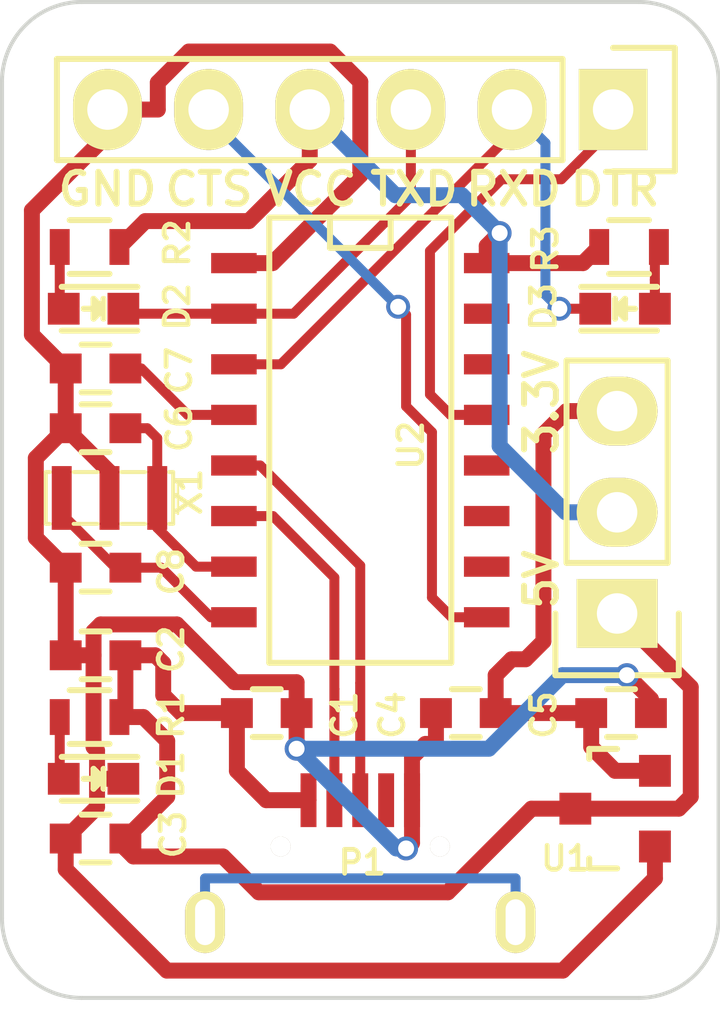
<source format=kicad_pcb>
(kicad_pcb (version 20171130) (host pcbnew "(5.1.12)-1")

  (general
    (thickness 1.6)
    (drawings 18)
    (tracks 190)
    (zones 0)
    (modules 20)
    (nets 18)
  )

  (page A4)
  (title_block
    (title USB2TTL-CH340G)
    (date 2016-06-03)
    (rev v0.2)
    (company SMSLIT)
    (comment 1 "Author: 5km")
  )

  (layers
    (0 F.Cu signal)
    (31 B.Cu signal)
    (32 B.Adhes user hide)
    (33 F.Adhes user hide)
    (34 B.Paste user hide)
    (35 F.Paste user hide)
    (36 B.SilkS user hide)
    (37 F.SilkS user hide)
    (38 B.Mask user hide)
    (39 F.Mask user hide)
    (40 Dwgs.User user hide)
    (41 Cmts.User user hide)
    (42 Eco1.User user hide)
    (43 Eco2.User user hide)
    (44 Edge.Cuts user)
    (45 Margin user hide)
    (46 B.CrtYd user hide)
    (47 F.CrtYd user hide)
    (48 B.Fab user hide)
    (49 F.Fab user hide)
  )

  (setup
    (last_trace_width 0.25)
    (user_trace_width 0.25)
    (user_trace_width 0.4)
    (trace_clearance 0.2)
    (zone_clearance 0.25)
    (zone_45_only yes)
    (trace_min 0.25)
    (via_size 0.6)
    (via_drill 0.4)
    (via_min_size 0.4)
    (via_min_drill 0.3)
    (uvia_size 0.3)
    (uvia_drill 0.1)
    (uvias_allowed no)
    (uvia_min_size 0.2)
    (uvia_min_drill 0.1)
    (edge_width 0.1)
    (segment_width 0.2)
    (pcb_text_width 0.3)
    (pcb_text_size 1 1)
    (mod_edge_width 0.15)
    (mod_text_size 0.6 0.6)
    (mod_text_width 0.12)
    (pad_size 2.032 1.7272)
    (pad_drill 1.016)
    (pad_to_mask_clearance 0)
    (aux_axis_origin 130 90)
    (visible_elements 7FFFFFFF)
    (pcbplotparams
      (layerselection 0x010f0_80000001)
      (usegerberextensions false)
      (usegerberattributes true)
      (usegerberadvancedattributes true)
      (creategerberjobfile true)
      (excludeedgelayer true)
      (linewidth 0.100000)
      (plotframeref false)
      (viasonmask false)
      (mode 1)
      (useauxorigin true)
      (hpglpennumber 1)
      (hpglpenspeed 20)
      (hpglpendiameter 15.000000)
      (psnegative false)
      (psa4output false)
      (plotreference true)
      (plotvalue true)
      (plotinvisibletext false)
      (padsonsilk false)
      (subtractmaskfromsilk false)
      (outputformat 1)
      (mirror false)
      (drillshape 0)
      (scaleselection 1)
      (outputdirectory "gerber/"))
  )

  (net 0 "")
  (net 1 +5V)
  (net 2 GND)
  (net 3 "Net-(C6-Pad1)")
  (net 4 "Net-(D1-Pad2)")
  (net 5 "Net-(D2-Pad2)")
  (net 6 /TXD)
  (net 7 "Net-(D3-Pad2)")
  (net 8 /RXD)
  (net 9 /DTR)
  (net 10 VCC)
  (net 11 /CTS)
  (net 12 +3.3V)
  (net 13 "Net-(C7-Pad1)")
  (net 14 "Net-(P1-Pad2)")
  (net 15 "Net-(P1-Pad3)")
  (net 16 "Net-(P1-Pad6)")
  (net 17 "Net-(C8-Pad1)")

  (net_class Default "This is the default net class."
    (clearance 0.2)
    (trace_width 0.25)
    (via_dia 0.6)
    (via_drill 0.4)
    (uvia_dia 0.3)
    (uvia_drill 0.1)
    (add_net /CTS)
    (add_net /DTR)
    (add_net /RXD)
    (add_net /TXD)
    (add_net "Net-(C6-Pad1)")
    (add_net "Net-(C7-Pad1)")
    (add_net "Net-(C8-Pad1)")
    (add_net "Net-(D1-Pad2)")
    (add_net "Net-(D2-Pad2)")
    (add_net "Net-(D3-Pad2)")
    (add_net "Net-(P1-Pad2)")
    (add_net "Net-(P1-Pad3)")
    (add_net "Net-(P1-Pad6)")
  )

  (net_class power ""
    (clearance 0.2)
    (trace_width 0.4)
    (via_dia 0.6)
    (via_drill 0.4)
    (uvia_dia 0.3)
    (uvia_drill 0.1)
    (add_net +3.3V)
    (add_net +5V)
    (add_net GND)
    (add_net VCC)
  )

  (module Capacitors_SMD:C_0603 (layer F.Cu) (tedit 57B9499E) (tstamp 579CEF51)
    (at 136.65 107.85)
    (descr "Capacitor SMD 0603, reflow soldering, AVX (see smccp.pdf)")
    (tags "capacitor 0603")
    (path /57500D41)
    (attr smd)
    (fp_text reference C1 (at 1.95 0.05 270) (layer F.SilkS)
      (effects (font (size 0.6 0.6) (thickness 0.12)))
    )
    (fp_text value 10uF (at 0 1.9) (layer F.Fab)
      (effects (font (size 0.6 0.6) (thickness 0.12)))
    )
    (fp_line (start 0.35 0.6) (end -0.35 0.6) (layer F.SilkS) (width 0.15))
    (fp_line (start -0.35 -0.6) (end 0.35 -0.6) (layer F.SilkS) (width 0.15))
    (fp_line (start 1.45 -0.75) (end 1.45 0.75) (layer F.CrtYd) (width 0.05))
    (fp_line (start -1.45 -0.75) (end -1.45 0.75) (layer F.CrtYd) (width 0.05))
    (fp_line (start -1.45 0.75) (end 1.45 0.75) (layer F.CrtYd) (width 0.05))
    (fp_line (start -1.45 -0.75) (end 1.45 -0.75) (layer F.CrtYd) (width 0.05))
    (pad 1 smd rect (at -0.75 0) (size 0.8 0.75) (layers F.Cu F.Paste F.Mask)
      (net 1 +5V))
    (pad 2 smd rect (at 0.75 0) (size 0.8 0.75) (layers F.Cu F.Paste F.Mask)
      (net 2 GND))
    (model Capacitors_SMD.3dshapes/C_0603.wrl
      (at (xyz 0 0 0))
      (scale (xyz 1 1 1))
      (rotate (xyz 0 0 0))
    )
  )

  (module Capacitors_SMD:C_0603 (layer F.Cu) (tedit 57B94953) (tstamp 579CEF5D)
    (at 132.35 106.4 180)
    (descr "Capacitor SMD 0603, reflow soldering, AVX (see smccp.pdf)")
    (tags "capacitor 0603")
    (path /57500DBB)
    (attr smd)
    (fp_text reference C2 (at -1.9 0.15 270) (layer F.SilkS)
      (effects (font (size 0.6 0.6) (thickness 0.12)))
    )
    (fp_text value 0.1uF (at 0 1.9 180) (layer F.Fab)
      (effects (font (size 0.6 0.6) (thickness 0.12)))
    )
    (fp_line (start 0.35 0.6) (end -0.35 0.6) (layer F.SilkS) (width 0.15))
    (fp_line (start -0.35 -0.6) (end 0.35 -0.6) (layer F.SilkS) (width 0.15))
    (fp_line (start 1.45 -0.75) (end 1.45 0.75) (layer F.CrtYd) (width 0.05))
    (fp_line (start -1.45 -0.75) (end -1.45 0.75) (layer F.CrtYd) (width 0.05))
    (fp_line (start -1.45 0.75) (end 1.45 0.75) (layer F.CrtYd) (width 0.05))
    (fp_line (start -1.45 -0.75) (end 1.45 -0.75) (layer F.CrtYd) (width 0.05))
    (pad 1 smd rect (at -0.75 0 180) (size 0.8 0.75) (layers F.Cu F.Paste F.Mask)
      (net 1 +5V))
    (pad 2 smd rect (at 0.75 0 180) (size 0.8 0.75) (layers F.Cu F.Paste F.Mask)
      (net 2 GND))
    (model Capacitors_SMD.3dshapes/C_0603.wrl
      (at (xyz 0 0 0))
      (scale (xyz 1 1 1))
      (rotate (xyz 0 0 0))
    )
  )

  (module Capacitors_SMD:C_0603 (layer F.Cu) (tedit 57B94963) (tstamp 579CEF69)
    (at 132.35 111 180)
    (descr "Capacitor SMD 0603, reflow soldering, AVX (see smccp.pdf)")
    (tags "capacitor 0603")
    (path /57B94B00)
    (attr smd)
    (fp_text reference C3 (at -1.95 0.1 270) (layer F.SilkS)
      (effects (font (size 0.6 0.6) (thickness 0.12)))
    )
    (fp_text value 1uF (at 0 1.9 180) (layer F.Fab)
      (effects (font (size 0.6 0.6) (thickness 0.12)))
    )
    (fp_line (start 0.35 0.6) (end -0.35 0.6) (layer F.SilkS) (width 0.15))
    (fp_line (start -0.35 -0.6) (end 0.35 -0.6) (layer F.SilkS) (width 0.15))
    (fp_line (start 1.45 -0.75) (end 1.45 0.75) (layer F.CrtYd) (width 0.05))
    (fp_line (start -1.45 -0.75) (end -1.45 0.75) (layer F.CrtYd) (width 0.05))
    (fp_line (start -1.45 0.75) (end 1.45 0.75) (layer F.CrtYd) (width 0.05))
    (fp_line (start -1.45 -0.75) (end 1.45 -0.75) (layer F.CrtYd) (width 0.05))
    (pad 1 smd rect (at -0.75 0 180) (size 0.8 0.75) (layers F.Cu F.Paste F.Mask)
      (net 1 +5V))
    (pad 2 smd rect (at 0.75 0 180) (size 0.8 0.75) (layers F.Cu F.Paste F.Mask)
      (net 2 GND))
    (model Capacitors_SMD.3dshapes/C_0603.wrl
      (at (xyz 0 0 0))
      (scale (xyz 1 1 1))
      (rotate (xyz 0 0 0))
    )
  )

  (module Capacitors_SMD:C_0603 (layer F.Cu) (tedit 57B9498D) (tstamp 579CEF75)
    (at 141.65 107.85 180)
    (descr "Capacitor SMD 0603, reflow soldering, AVX (see smccp.pdf)")
    (tags "capacitor 0603")
    (path /57500FCD)
    (attr smd)
    (fp_text reference C4 (at 1.85 -0.05 90) (layer F.SilkS)
      (effects (font (size 0.6 0.6) (thickness 0.12)))
    )
    (fp_text value 0.1uF (at 0 1.9 180) (layer F.Fab)
      (effects (font (size 0.6 0.6) (thickness 0.12)))
    )
    (fp_line (start 0.35 0.6) (end -0.35 0.6) (layer F.SilkS) (width 0.15))
    (fp_line (start -0.35 -0.6) (end 0.35 -0.6) (layer F.SilkS) (width 0.15))
    (fp_line (start 1.45 -0.75) (end 1.45 0.75) (layer F.CrtYd) (width 0.05))
    (fp_line (start -1.45 -0.75) (end -1.45 0.75) (layer F.CrtYd) (width 0.05))
    (fp_line (start -1.45 0.75) (end 1.45 0.75) (layer F.CrtYd) (width 0.05))
    (fp_line (start -1.45 -0.75) (end 1.45 -0.75) (layer F.CrtYd) (width 0.05))
    (pad 1 smd rect (at -0.75 0 180) (size 0.8 0.75) (layers F.Cu F.Paste F.Mask)
      (net 12 +3.3V))
    (pad 2 smd rect (at 0.75 0 180) (size 0.8 0.75) (layers F.Cu F.Paste F.Mask)
      (net 2 GND))
    (model Capacitors_SMD.3dshapes/C_0603.wrl
      (at (xyz 0 0 0))
      (scale (xyz 1 1 1))
      (rotate (xyz 0 0 0))
    )
  )

  (module Capacitors_SMD:C_0603 (layer F.Cu) (tedit 57B946D9) (tstamp 579CEF81)
    (at 145.55 107.85)
    (descr "Capacitor SMD 0603, reflow soldering, AVX (see smccp.pdf)")
    (tags "capacitor 0603")
    (path /57B94D18)
    (attr smd)
    (fp_text reference C5 (at -1.95 0.05 90) (layer F.SilkS)
      (effects (font (size 0.6 0.6) (thickness 0.12)))
    )
    (fp_text value 1uF (at 0 1.9) (layer F.Fab)
      (effects (font (size 0.6 0.6) (thickness 0.12)))
    )
    (fp_line (start 0.35 0.6) (end -0.35 0.6) (layer F.SilkS) (width 0.15))
    (fp_line (start -0.35 -0.6) (end 0.35 -0.6) (layer F.SilkS) (width 0.15))
    (fp_line (start 1.45 -0.75) (end 1.45 0.75) (layer F.CrtYd) (width 0.05))
    (fp_line (start -1.45 -0.75) (end -1.45 0.75) (layer F.CrtYd) (width 0.05))
    (fp_line (start -1.45 0.75) (end 1.45 0.75) (layer F.CrtYd) (width 0.05))
    (fp_line (start -1.45 -0.75) (end 1.45 -0.75) (layer F.CrtYd) (width 0.05))
    (pad 1 smd rect (at -0.75 0) (size 0.8 0.75) (layers F.Cu F.Paste F.Mask)
      (net 12 +3.3V))
    (pad 2 smd rect (at 0.75 0) (size 0.8 0.75) (layers F.Cu F.Paste F.Mask)
      (net 2 GND))
    (model Capacitors_SMD.3dshapes/C_0603.wrl
      (at (xyz 0 0 0))
      (scale (xyz 1 1 1))
      (rotate (xyz 0 0 0))
    )
  )

  (module Capacitors_SMD:C_0603 (layer F.Cu) (tedit 579CEEDB) (tstamp 579CEF8D)
    (at 132.35 100.7 180)
    (descr "Capacitor SMD 0603, reflow soldering, AVX (see smccp.pdf)")
    (tags "capacitor 0603")
    (path /57501211)
    (attr smd)
    (fp_text reference C6 (at -2.1 0 270) (layer F.SilkS)
      (effects (font (size 0.6 0.6) (thickness 0.12)))
    )
    (fp_text value 22pF (at 0 1.9 180) (layer F.Fab)
      (effects (font (size 0.6 0.6) (thickness 0.12)))
    )
    (fp_line (start 0.35 0.6) (end -0.35 0.6) (layer F.SilkS) (width 0.15))
    (fp_line (start -0.35 -0.6) (end 0.35 -0.6) (layer F.SilkS) (width 0.15))
    (fp_line (start 1.45 -0.75) (end 1.45 0.75) (layer F.CrtYd) (width 0.05))
    (fp_line (start -1.45 -0.75) (end -1.45 0.75) (layer F.CrtYd) (width 0.05))
    (fp_line (start -1.45 0.75) (end 1.45 0.75) (layer F.CrtYd) (width 0.05))
    (fp_line (start -1.45 -0.75) (end 1.45 -0.75) (layer F.CrtYd) (width 0.05))
    (pad 1 smd rect (at -0.75 0 180) (size 0.8 0.75) (layers F.Cu F.Paste F.Mask)
      (net 3 "Net-(C6-Pad1)"))
    (pad 2 smd rect (at 0.75 0 180) (size 0.8 0.75) (layers F.Cu F.Paste F.Mask)
      (net 2 GND))
    (model Capacitors_SMD.3dshapes/C_0603.wrl
      (at (xyz 0 0 0))
      (scale (xyz 1 1 1))
      (rotate (xyz 0 0 0))
    )
  )

  (module Capacitors_SMD:C_0603 (layer F.Cu) (tedit 579CEF56) (tstamp 579CEF99)
    (at 132.35 99.2 180)
    (descr "Capacitor SMD 0603, reflow soldering, AVX (see smccp.pdf)")
    (tags "capacitor 0603")
    (path /575D2FE6)
    (attr smd)
    (fp_text reference C7 (at -2.1 -0.05 270) (layer F.SilkS)
      (effects (font (size 0.6 0.6) (thickness 0.12)))
    )
    (fp_text value 0.01uF (at 0 1.9 180) (layer F.Fab)
      (effects (font (size 0.6 0.6) (thickness 0.12)))
    )
    (fp_line (start 0.35 0.6) (end -0.35 0.6) (layer F.SilkS) (width 0.15))
    (fp_line (start -0.35 -0.6) (end 0.35 -0.6) (layer F.SilkS) (width 0.15))
    (fp_line (start 1.45 -0.75) (end 1.45 0.75) (layer F.CrtYd) (width 0.05))
    (fp_line (start -1.45 -0.75) (end -1.45 0.75) (layer F.CrtYd) (width 0.05))
    (fp_line (start -1.45 0.75) (end 1.45 0.75) (layer F.CrtYd) (width 0.05))
    (fp_line (start -1.45 -0.75) (end 1.45 -0.75) (layer F.CrtYd) (width 0.05))
    (pad 1 smd rect (at -0.75 0 180) (size 0.8 0.75) (layers F.Cu F.Paste F.Mask)
      (net 13 "Net-(C7-Pad1)"))
    (pad 2 smd rect (at 0.75 0 180) (size 0.8 0.75) (layers F.Cu F.Paste F.Mask)
      (net 2 GND))
    (model Capacitors_SMD.3dshapes/C_0603.wrl
      (at (xyz 0 0 0))
      (scale (xyz 1 1 1))
      (rotate (xyz 0 0 0))
    )
  )

  (module LEDs:LED_0603 (layer F.Cu) (tedit 57B9495E) (tstamp 579CEFAA)
    (at 132.3 109.5 180)
    (descr "LED 0603 smd package")
    (tags "LED led 0603 SMD smd SMT smt smdled SMDLED smtled SMTLED")
    (path /5750111E)
    (attr smd)
    (fp_text reference D1 (at -1.95 0.1 270) (layer F.SilkS)
      (effects (font (size 0.6 0.6) (thickness 0.12)))
    )
    (fp_text value PWR (at 0 1.5 180) (layer F.Fab)
      (effects (font (size 0.6 0.6) (thickness 0.12)))
    )
    (fp_line (start -1.4 -0.75) (end 1.4 -0.75) (layer F.CrtYd) (width 0.05))
    (fp_line (start -1.4 0.75) (end -1.4 -0.75) (layer F.CrtYd) (width 0.05))
    (fp_line (start 1.4 0.75) (end -1.4 0.75) (layer F.CrtYd) (width 0.05))
    (fp_line (start 1.4 -0.75) (end 1.4 0.75) (layer F.CrtYd) (width 0.05))
    (fp_line (start 0 0.25) (end -0.25 0) (layer F.SilkS) (width 0.15))
    (fp_line (start 0 -0.25) (end 0 0.25) (layer F.SilkS) (width 0.15))
    (fp_line (start -0.25 0) (end 0 -0.25) (layer F.SilkS) (width 0.15))
    (fp_line (start -0.25 -0.25) (end -0.25 0.25) (layer F.SilkS) (width 0.15))
    (fp_line (start -0.2 0) (end 0.25 0) (layer F.SilkS) (width 0.15))
    (fp_line (start -1.1 -0.55) (end 0.8 -0.55) (layer F.SilkS) (width 0.15))
    (fp_line (start -1.1 0.55) (end 0.8 0.55) (layer F.SilkS) (width 0.15))
    (pad 2 smd rect (at 0.7493 0) (size 0.79756 0.79756) (layers F.Cu F.Paste F.Mask)
      (net 4 "Net-(D1-Pad2)"))
    (pad 1 smd rect (at -0.7493 0) (size 0.79756 0.79756) (layers F.Cu F.Paste F.Mask)
      (net 2 GND))
    (model LEDs.3dshapes/LED_0603.wrl
      (at (xyz 0 0 0))
      (scale (xyz 1 1 1))
      (rotate (xyz 0 0 180))
    )
  )

  (module LEDs:LED_0603 (layer F.Cu) (tedit 579CEEBF) (tstamp 579CEFBB)
    (at 132.3 97.7 180)
    (descr "LED 0603 smd package")
    (tags "LED led 0603 SMD smd SMT smt smdled SMDLED smtled SMTLED")
    (path /57501190)
    (attr smd)
    (fp_text reference D2 (at -2.1 0.05 270) (layer F.SilkS)
      (effects (font (size 0.6 0.6) (thickness 0.12)))
    )
    (fp_text value TXD (at 0 1.5 180) (layer F.Fab)
      (effects (font (size 0.6 0.6) (thickness 0.12)))
    )
    (fp_line (start -1.4 -0.75) (end 1.4 -0.75) (layer F.CrtYd) (width 0.05))
    (fp_line (start -1.4 0.75) (end -1.4 -0.75) (layer F.CrtYd) (width 0.05))
    (fp_line (start 1.4 0.75) (end -1.4 0.75) (layer F.CrtYd) (width 0.05))
    (fp_line (start 1.4 -0.75) (end 1.4 0.75) (layer F.CrtYd) (width 0.05))
    (fp_line (start 0 0.25) (end -0.25 0) (layer F.SilkS) (width 0.15))
    (fp_line (start 0 -0.25) (end 0 0.25) (layer F.SilkS) (width 0.15))
    (fp_line (start -0.25 0) (end 0 -0.25) (layer F.SilkS) (width 0.15))
    (fp_line (start -0.25 -0.25) (end -0.25 0.25) (layer F.SilkS) (width 0.15))
    (fp_line (start -0.2 0) (end 0.25 0) (layer F.SilkS) (width 0.15))
    (fp_line (start -1.1 -0.55) (end 0.8 -0.55) (layer F.SilkS) (width 0.15))
    (fp_line (start -1.1 0.55) (end 0.8 0.55) (layer F.SilkS) (width 0.15))
    (pad 2 smd rect (at 0.7493 0) (size 0.79756 0.79756) (layers F.Cu F.Paste F.Mask)
      (net 5 "Net-(D2-Pad2)"))
    (pad 1 smd rect (at -0.7493 0) (size 0.79756 0.79756) (layers F.Cu F.Paste F.Mask)
      (net 6 /TXD))
    (model LEDs.3dshapes/LED_0603.wrl
      (at (xyz 0 0 0))
      (scale (xyz 1 1 1))
      (rotate (xyz 0 0 180))
    )
  )

  (module LEDs:LED_0603 (layer F.Cu) (tedit 579CF047) (tstamp 579CEFCC)
    (at 145.65 97.7)
    (descr "LED 0603 smd package")
    (tags "LED led 0603 SMD smd SMT smt smdled SMDLED smtled SMTLED")
    (path /575011CC)
    (attr smd)
    (fp_text reference D3 (at -2.05 -0.05 90) (layer F.SilkS)
      (effects (font (size 0.6 0.6) (thickness 0.12)))
    )
    (fp_text value RXD (at 0 1.5) (layer F.Fab)
      (effects (font (size 0.6 0.6) (thickness 0.12)))
    )
    (fp_line (start -1.4 -0.75) (end 1.4 -0.75) (layer F.CrtYd) (width 0.05))
    (fp_line (start -1.4 0.75) (end -1.4 -0.75) (layer F.CrtYd) (width 0.05))
    (fp_line (start 1.4 0.75) (end -1.4 0.75) (layer F.CrtYd) (width 0.05))
    (fp_line (start 1.4 -0.75) (end 1.4 0.75) (layer F.CrtYd) (width 0.05))
    (fp_line (start 0 0.25) (end -0.25 0) (layer F.SilkS) (width 0.15))
    (fp_line (start 0 -0.25) (end 0 0.25) (layer F.SilkS) (width 0.15))
    (fp_line (start -0.25 0) (end 0 -0.25) (layer F.SilkS) (width 0.15))
    (fp_line (start -0.25 -0.25) (end -0.25 0.25) (layer F.SilkS) (width 0.15))
    (fp_line (start -0.2 0) (end 0.25 0) (layer F.SilkS) (width 0.15))
    (fp_line (start -1.1 -0.55) (end 0.8 -0.55) (layer F.SilkS) (width 0.15))
    (fp_line (start -1.1 0.55) (end 0.8 0.55) (layer F.SilkS) (width 0.15))
    (pad 2 smd rect (at 0.7493 0 180) (size 0.79756 0.79756) (layers F.Cu F.Paste F.Mask)
      (net 7 "Net-(D3-Pad2)"))
    (pad 1 smd rect (at -0.7493 0 180) (size 0.79756 0.79756) (layers F.Cu F.Paste F.Mask)
      (net 8 /RXD))
    (model LEDs.3dshapes/LED_0603.wrl
      (at (xyz 0 0 0))
      (scale (xyz 1 1 1))
      (rotate (xyz 0 0 180))
    )
  )

  (module myFootprints:USB_Micro-B-MK5 (layer F.Cu) (tedit 579CF1BE) (tstamp 579CEFEF)
    (at 139 111.6)
    (descr "Micro USB Type B Receptacle")
    (tags "USB USB_B USB_micro USB_OTG")
    (path /5750F0F3)
    (attr smd)
    (fp_text reference P1 (at 0.05 0) (layer F.SilkS)
      (effects (font (size 0.6 0.6) (thickness 0.12)))
    )
    (fp_text value USB_OTG (at 0 1.778) (layer F.Fab)
      (effects (font (size 0.6 0.6) (thickness 0.12)))
    )
    (fp_line (start -4.6 4.05) (end -4.6 -2.8) (layer F.CrtYd) (width 0.05))
    (fp_line (start 4.6 4.05) (end -4.6 4.05) (layer F.CrtYd) (width 0.05))
    (fp_line (start 4.6 -2.8) (end 4.6 4.05) (layer F.CrtYd) (width 0.05))
    (fp_line (start -4.6 -2.8) (end 4.6 -2.8) (layer F.CrtYd) (width 0.05))
    (pad 1 smd rect (at -1.3009 -1.56254 90) (size 1.35 0.4) (layers F.Cu F.Paste F.Mask)
      (net 1 +5V))
    (pad 2 smd rect (at -0.6509 -1.56254 90) (size 1.35 0.4) (layers F.Cu F.Paste F.Mask)
      (net 14 "Net-(P1-Pad2)"))
    (pad 3 smd rect (at -0.0009 -1.56254 90) (size 1.35 0.4) (layers F.Cu F.Paste F.Mask)
      (net 15 "Net-(P1-Pad3)"))
    (pad 4 smd rect (at 0.6491 -1.56254 90) (size 1.35 0.4) (layers F.Cu F.Paste F.Mask))
    (pad 5 smd rect (at 1.2991 -1.56254 90) (size 1.35 0.4) (layers F.Cu F.Paste F.Mask)
      (net 2 GND))
    (pad 6 thru_hole oval (at -3.9 1.5 90) (size 1.55 1) (drill oval 1.15 0.5) (layers *.Cu *.Mask F.SilkS)
      (net 16 "Net-(P1-Pad6)"))
    (pad 6 thru_hole oval (at 3.9 1.5 90) (size 1.55 1) (drill oval 1.15 0.5) (layers *.Cu *.Mask F.SilkS)
      (net 16 "Net-(P1-Pad6)"))
    (pad "" thru_hole circle (at 2 -0.4) (size 0.5 0.5) (drill 0.5) (layers *.Cu *.Mask F.SilkS)
      (zone_connect 0))
    (pad "" thru_hole circle (at -2 -0.4) (size 0.5 0.5) (drill 0.5) (layers *.Cu *.Mask F.SilkS)
      (zone_connect 0))
  )

  (module Pin_Headers:Pin_Header_Straight_1x03 (layer F.Cu) (tedit 579CF02E) (tstamp 579CF001)
    (at 145.45 105.35 180)
    (descr "Through hole pin header")
    (tags "pin header")
    (path /5750B4CF)
    (fp_text reference P2 (at 0 -5.1 180) (layer F.SilkS) hide
      (effects (font (size 0.6 0.6) (thickness 0.12)))
    )
    (fp_text value PWR_SEL (at 0 -3.1 180) (layer F.Fab)
      (effects (font (size 0.6 0.6) (thickness 0.12)))
    )
    (fp_line (start -1.55 -1.55) (end 1.55 -1.55) (layer F.SilkS) (width 0.15))
    (fp_line (start -1.55 0) (end -1.55 -1.55) (layer F.SilkS) (width 0.15))
    (fp_line (start 1.27 1.27) (end -1.27 1.27) (layer F.SilkS) (width 0.15))
    (fp_line (start 1.55 -1.55) (end 1.55 0) (layer F.SilkS) (width 0.15))
    (fp_line (start 1.27 6.35) (end 1.27 1.27) (layer F.SilkS) (width 0.15))
    (fp_line (start -1.27 6.35) (end 1.27 6.35) (layer F.SilkS) (width 0.15))
    (fp_line (start -1.27 1.27) (end -1.27 6.35) (layer F.SilkS) (width 0.15))
    (fp_line (start -1.75 6.85) (end 1.75 6.85) (layer F.CrtYd) (width 0.05))
    (fp_line (start -1.75 -1.75) (end 1.75 -1.75) (layer F.CrtYd) (width 0.05))
    (fp_line (start 1.75 -1.75) (end 1.75 6.85) (layer F.CrtYd) (width 0.05))
    (fp_line (start -1.75 -1.75) (end -1.75 6.85) (layer F.CrtYd) (width 0.05))
    (pad 1 thru_hole rect (at 0 0 180) (size 2.032 1.7272) (drill 1.016) (layers *.Cu *.Mask F.SilkS)
      (net 1 +5V))
    (pad 2 thru_hole oval (at 0 2.54 180) (size 2.032 1.7272) (drill 1.016) (layers *.Cu *.Mask F.SilkS)
      (net 10 VCC))
    (pad 3 thru_hole oval (at 0 5.08 180) (size 2.032 1.7272) (drill 1.016) (layers *.Cu *.Mask F.SilkS)
      (net 12 +3.3V))
    (model Pin_Headers.3dshapes/Pin_Header_Straight_1x03.wrl
      (offset (xyz 0 -2.539999961853027 0))
      (scale (xyz 1 1 1))
      (rotate (xyz 0 0 90))
    )
  )

  (module Pin_Headers:Pin_Header_Straight_1x06 (layer F.Cu) (tedit 579CF03A) (tstamp 579CF016)
    (at 145.35 92.7 270)
    (descr "Through hole pin header")
    (tags "pin header")
    (path /57500C21)
    (fp_text reference P3 (at 0 -5.1 270) (layer F.SilkS) hide
      (effects (font (size 0.6 0.6) (thickness 0.12)))
    )
    (fp_text value CONN_01X06 (at 0 -3.1 270) (layer F.Fab)
      (effects (font (size 0.6 0.6) (thickness 0.12)))
    )
    (fp_line (start -1.55 -1.55) (end 1.55 -1.55) (layer F.SilkS) (width 0.15))
    (fp_line (start -1.55 0) (end -1.55 -1.55) (layer F.SilkS) (width 0.15))
    (fp_line (start 1.27 1.27) (end -1.27 1.27) (layer F.SilkS) (width 0.15))
    (fp_line (start 1.55 -1.55) (end 1.55 0) (layer F.SilkS) (width 0.15))
    (fp_line (start -1.27 13.97) (end -1.27 1.27) (layer F.SilkS) (width 0.15))
    (fp_line (start 1.27 13.97) (end -1.27 13.97) (layer F.SilkS) (width 0.15))
    (fp_line (start 1.27 1.27) (end 1.27 13.97) (layer F.SilkS) (width 0.15))
    (fp_line (start -1.75 14.45) (end 1.75 14.45) (layer F.CrtYd) (width 0.05))
    (fp_line (start -1.75 -1.75) (end 1.75 -1.75) (layer F.CrtYd) (width 0.05))
    (fp_line (start 1.75 -1.75) (end 1.75 14.45) (layer F.CrtYd) (width 0.05))
    (fp_line (start -1.75 -1.75) (end -1.75 14.45) (layer F.CrtYd) (width 0.05))
    (pad 1 thru_hole rect (at 0 0 270) (size 2.032 1.7272) (drill 1.016) (layers *.Cu *.Mask F.SilkS)
      (net 9 /DTR))
    (pad 2 thru_hole oval (at 0 2.54 270) (size 2.032 1.7272) (drill 1.016) (layers *.Cu *.Mask F.SilkS)
      (net 8 /RXD))
    (pad 3 thru_hole oval (at 0 5.08 270) (size 2.032 1.7272) (drill 1.016) (layers *.Cu *.Mask F.SilkS)
      (net 6 /TXD))
    (pad 4 thru_hole oval (at 0 7.62 270) (size 2.032 1.7272) (drill 1.016) (layers *.Cu *.Mask F.SilkS)
      (net 10 VCC))
    (pad 5 thru_hole oval (at 0 10.16 270) (size 2.032 1.7272) (drill 1.016) (layers *.Cu *.Mask F.SilkS)
      (net 11 /CTS))
    (pad 6 thru_hole oval (at 0 12.7 270) (size 2.032 1.7272) (drill 1.016) (layers *.Cu *.Mask F.SilkS)
      (net 2 GND))
    (model Pin_Headers.3dshapes/Pin_Header_Straight_1x06.wrl
      (offset (xyz 0 -6.349999904632568 0))
      (scale (xyz 1 1 1))
      (rotate (xyz 0 0 90))
    )
  )

  (module Resistors_SMD:R_0603 (layer F.Cu) (tedit 57B94959) (tstamp 579CF022)
    (at 132.2 107.95)
    (descr "Resistor SMD 0603, reflow soldering, Vishay (see dcrcw.pdf)")
    (tags "resistor 0603")
    (path /57500EE1)
    (attr smd)
    (fp_text reference R1 (at 2.05 -0.05 90) (layer F.SilkS)
      (effects (font (size 0.6 0.6) (thickness 0.12)))
    )
    (fp_text value 4.7K (at 0 1.9) (layer F.Fab)
      (effects (font (size 0.6 0.6) (thickness 0.12)))
    )
    (fp_line (start -0.5 -0.675) (end 0.5 -0.675) (layer F.SilkS) (width 0.15))
    (fp_line (start 0.5 0.675) (end -0.5 0.675) (layer F.SilkS) (width 0.15))
    (fp_line (start 1.3 -0.8) (end 1.3 0.8) (layer F.CrtYd) (width 0.05))
    (fp_line (start -1.3 -0.8) (end -1.3 0.8) (layer F.CrtYd) (width 0.05))
    (fp_line (start -1.3 0.8) (end 1.3 0.8) (layer F.CrtYd) (width 0.05))
    (fp_line (start -1.3 -0.8) (end 1.3 -0.8) (layer F.CrtYd) (width 0.05))
    (pad 1 smd rect (at -0.75 0) (size 0.5 0.9) (layers F.Cu F.Paste F.Mask)
      (net 4 "Net-(D1-Pad2)"))
    (pad 2 smd rect (at 0.75 0) (size 0.5 0.9) (layers F.Cu F.Paste F.Mask)
      (net 1 +5V))
    (model Resistors_SMD.3dshapes/R_0603.wrl
      (at (xyz 0 0 0))
      (scale (xyz 1 1 1))
      (rotate (xyz 0 0 0))
    )
  )

  (module Resistors_SMD:R_0603 (layer F.Cu) (tedit 579CEEBB) (tstamp 579CF02E)
    (at 132.2 96.15 180)
    (descr "Resistor SMD 0603, reflow soldering, Vishay (see dcrcw.pdf)")
    (tags "resistor 0603")
    (path /57500F4B)
    (attr smd)
    (fp_text reference R2 (at -2.2 0.1 270) (layer F.SilkS)
      (effects (font (size 0.6 0.6) (thickness 0.12)))
    )
    (fp_text value 4.7K (at 0 1.9 180) (layer F.Fab)
      (effects (font (size 0.6 0.6) (thickness 0.12)))
    )
    (fp_line (start -0.5 -0.675) (end 0.5 -0.675) (layer F.SilkS) (width 0.15))
    (fp_line (start 0.5 0.675) (end -0.5 0.675) (layer F.SilkS) (width 0.15))
    (fp_line (start 1.3 -0.8) (end 1.3 0.8) (layer F.CrtYd) (width 0.05))
    (fp_line (start -1.3 -0.8) (end -1.3 0.8) (layer F.CrtYd) (width 0.05))
    (fp_line (start -1.3 0.8) (end 1.3 0.8) (layer F.CrtYd) (width 0.05))
    (fp_line (start -1.3 -0.8) (end 1.3 -0.8) (layer F.CrtYd) (width 0.05))
    (pad 1 smd rect (at -0.75 0 180) (size 0.5 0.9) (layers F.Cu F.Paste F.Mask)
      (net 10 VCC))
    (pad 2 smd rect (at 0.75 0 180) (size 0.5 0.9) (layers F.Cu F.Paste F.Mask)
      (net 5 "Net-(D2-Pad2)"))
    (model Resistors_SMD.3dshapes/R_0603.wrl
      (at (xyz 0 0 0))
      (scale (xyz 1 1 1))
      (rotate (xyz 0 0 0))
    )
  )

  (module Resistors_SMD:R_0603 (layer F.Cu) (tedit 579CF0A8) (tstamp 579CF03A)
    (at 145.75 96.15)
    (descr "Resistor SMD 0603, reflow soldering, Vishay (see dcrcw.pdf)")
    (tags "resistor 0603")
    (path /57500F93)
    (attr smd)
    (fp_text reference R3 (at -2.1 0.05 90) (layer F.SilkS)
      (effects (font (size 0.6 0.6) (thickness 0.12)))
    )
    (fp_text value 4.7K (at 0 1.9) (layer F.Fab)
      (effects (font (size 0.6 0.6) (thickness 0.12)))
    )
    (fp_line (start -0.5 -0.675) (end 0.5 -0.675) (layer F.SilkS) (width 0.15))
    (fp_line (start 0.5 0.675) (end -0.5 0.675) (layer F.SilkS) (width 0.15))
    (fp_line (start 1.3 -0.8) (end 1.3 0.8) (layer F.CrtYd) (width 0.05))
    (fp_line (start -1.3 -0.8) (end -1.3 0.8) (layer F.CrtYd) (width 0.05))
    (fp_line (start -1.3 0.8) (end 1.3 0.8) (layer F.CrtYd) (width 0.05))
    (fp_line (start -1.3 -0.8) (end 1.3 -0.8) (layer F.CrtYd) (width 0.05))
    (pad 1 smd rect (at -0.75 0) (size 0.5 0.9) (layers F.Cu F.Paste F.Mask)
      (net 10 VCC))
    (pad 2 smd rect (at 0.75 0) (size 0.5 0.9) (layers F.Cu F.Paste F.Mask)
      (net 7 "Net-(D3-Pad2)"))
    (model Resistors_SMD.3dshapes/R_0603.wrl
      (at (xyz 0 0 0))
      (scale (xyz 1 1 1))
      (rotate (xyz 0 0 0))
    )
  )

  (module myFootprints:Resonator_3.2x1.5mm (layer F.Cu) (tedit 579CF1A0) (tstamp 579CF077)
    (at 132.7 102.45 180)
    (path /5750E302)
    (fp_text reference X1 (at -2 0.15 270) (layer F.SilkS)
      (effects (font (size 0.6 0.6) (thickness 0.12)))
    )
    (fp_text value CRYSTAL_SMD (at 0 1.905 180) (layer F.Fab)
      (effects (font (size 0.6 0.6) (thickness 0.12)))
    )
    (fp_line (start 1.6 -0.65) (end 1.6 0.65) (layer F.SilkS) (width 0.1))
    (fp_line (start -1.6 -0.65) (end -1.6 0.65) (layer F.SilkS) (width 0.1))
    (fp_line (start -1.72 -0.4) (end -1.72 0.4) (layer F.SilkS) (width 0.06))
    (fp_line (start -0.3 -0.65) (end -0.9 -0.65) (layer F.SilkS) (width 0.1))
    (fp_line (start -0.3 0.65) (end -0.9 0.65) (layer F.SilkS) (width 0.1))
    (fp_line (start 0.9 0.65) (end 0.3 0.65) (layer F.SilkS) (width 0.1))
    (fp_line (start 0.9 -0.65) (end 0.3 -0.65) (layer F.SilkS) (width 0.1))
    (fp_line (start 1.5 -0.65) (end 1.6 -0.65) (layer F.SilkS) (width 0.1))
    (fp_line (start 1.5 0.65) (end 1.6 0.65) (layer F.SilkS) (width 0.1))
    (fp_line (start -1.5 -0.65) (end -1.6 -0.65) (layer F.SilkS) (width 0.1))
    (fp_line (start -1.5 0.65) (end -1.6 0.65) (layer F.SilkS) (width 0.1))
    (fp_line (start -1.8 -1) (end 1.8 -1) (layer F.CrtYd) (width 0.02))
    (fp_line (start -1.8 1) (end 1.8 1) (layer F.CrtYd) (width 0.02))
    (fp_line (start 1.8 -1) (end 1.8 1) (layer F.CrtYd) (width 0.02))
    (fp_line (start -1.8 -1) (end -1.8 1) (layer F.CrtYd) (width 0.02))
    (pad 2 smd rect (at 1.2 0 180) (size 0.5 1.6) (layers F.Cu F.Paste F.Mask)
      (net 17 "Net-(C8-Pad1)"))
    (pad 3 smd rect (at 0 0 180) (size 0.5 1.6) (layers F.Cu F.Paste F.Mask)
      (net 2 GND))
    (pad 1 smd rect (at -1.2 0 180) (size 0.5 1.6) (layers F.Cu F.Paste F.Mask)
      (net 3 "Net-(C6-Pad1)"))
  )

  (module Capacitors_SMD:C_0603 (layer F.Cu) (tedit 57B9494F) (tstamp 57B941A2)
    (at 132.35 104.2 180)
    (descr "Capacitor SMD 0603, reflow soldering, AVX (see smccp.pdf)")
    (tags "capacitor 0603")
    (path /57501276)
    (attr smd)
    (fp_text reference C8 (at -1.9 -0.1 270) (layer F.SilkS)
      (effects (font (size 0.6 0.6) (thickness 0.12)))
    )
    (fp_text value 22pF (at 0 1.9 180) (layer F.Fab)
      (effects (font (size 0.6 0.6) (thickness 0.12)))
    )
    (fp_line (start 0.35 0.6) (end -0.35 0.6) (layer F.SilkS) (width 0.15))
    (fp_line (start -0.35 -0.6) (end 0.35 -0.6) (layer F.SilkS) (width 0.15))
    (fp_line (start 1.45 -0.75) (end 1.45 0.75) (layer F.CrtYd) (width 0.05))
    (fp_line (start -1.45 -0.75) (end -1.45 0.75) (layer F.CrtYd) (width 0.05))
    (fp_line (start -1.45 0.75) (end 1.45 0.75) (layer F.CrtYd) (width 0.05))
    (fp_line (start -1.45 -0.75) (end 1.45 -0.75) (layer F.CrtYd) (width 0.05))
    (pad 1 smd rect (at -0.75 0 180) (size 0.8 0.75) (layers F.Cu F.Paste F.Mask)
      (net 17 "Net-(C8-Pad1)"))
    (pad 2 smd rect (at 0.75 0 180) (size 0.8 0.75) (layers F.Cu F.Paste F.Mask)
      (net 2 GND))
    (model Capacitors_SMD.3dshapes/C_0603.wrl
      (at (xyz 0 0 0))
      (scale (xyz 1 1 1))
      (rotate (xyz 0 0 0))
    )
  )

  (module TO_SOT_Packages_SMD:SOT-23 (layer F.Cu) (tedit 57B94894) (tstamp 57B941A3)
    (at 145.4 110.25 90)
    (descr "SOT-23, Standard")
    (tags SOT-23)
    (path /57B95926)
    (attr smd)
    (fp_text reference U1 (at -1.25 -1.25 180) (layer F.SilkS)
      (effects (font (size 0.6 0.6) (thickness 0.12)))
    )
    (fp_text value XC6206P332MR (at 0 2.3 90) (layer F.Fab)
      (effects (font (size 0.6 0.6) (thickness 0.12)))
    )
    (fp_line (start 1.49982 -0.65024) (end 1.49982 0.0508) (layer F.SilkS) (width 0.15))
    (fp_line (start 1.29916 -0.65024) (end 1.49982 -0.65024) (layer F.SilkS) (width 0.15))
    (fp_line (start -1.49982 -0.65024) (end -1.2509 -0.65024) (layer F.SilkS) (width 0.15))
    (fp_line (start -1.49982 0.0508) (end -1.49982 -0.65024) (layer F.SilkS) (width 0.15))
    (fp_line (start 1.29916 -0.65024) (end 1.2509 -0.65024) (layer F.SilkS) (width 0.15))
    (fp_line (start -1.65 1.6) (end -1.65 -1.6) (layer F.CrtYd) (width 0.05))
    (fp_line (start 1.65 1.6) (end -1.65 1.6) (layer F.CrtYd) (width 0.05))
    (fp_line (start 1.65 -1.6) (end 1.65 1.6) (layer F.CrtYd) (width 0.05))
    (fp_line (start -1.65 -1.6) (end 1.65 -1.6) (layer F.CrtYd) (width 0.05))
    (pad 1 smd rect (at -0.95 1.00076 90) (size 0.8001 0.8001) (layers F.Cu F.Paste F.Mask)
      (net 2 GND))
    (pad 2 smd rect (at 0.95 1.00076 90) (size 0.8001 0.8001) (layers F.Cu F.Paste F.Mask)
      (net 12 +3.3V))
    (pad 3 smd rect (at 0 -0.99822 90) (size 0.8001 0.8001) (layers F.Cu F.Paste F.Mask)
      (net 1 +5V))
    (model TO_SOT_Packages_SMD.3dshapes/SOT-23.wrl
      (at (xyz 0 0 0))
      (scale (xyz 1 1 1))
      (rotate (xyz 0 0 0))
    )
  )

  (module SMD_Packages:SO-16-N (layer F.Cu) (tedit 0) (tstamp 57B941BC)
    (at 139 101 270)
    (descr "Module CMS SOJ 16 pins large")
    (tags "CMS SOJ")
    (path /57504C18)
    (attr smd)
    (fp_text reference U2 (at 0.127 -1.27 270) (layer F.SilkS)
      (effects (font (size 0.6 0.6) (thickness 0.12)))
    )
    (fp_text value CH340G (at 0 1.27 270) (layer F.Fab)
      (effects (font (size 0.6 0.6) (thickness 0.12)))
    )
    (fp_line (start -5.588 -2.286) (end 5.588 -2.286) (layer F.SilkS) (width 0.15))
    (fp_line (start -5.588 2.286) (end -5.588 -2.286) (layer F.SilkS) (width 0.15))
    (fp_line (start 5.588 2.286) (end -5.588 2.286) (layer F.SilkS) (width 0.15))
    (fp_line (start 5.588 -2.286) (end 5.588 2.286) (layer F.SilkS) (width 0.15))
    (fp_line (start -4.826 0.762) (end -5.588 0.762) (layer F.SilkS) (width 0.15))
    (fp_line (start -4.826 -0.762) (end -4.826 0.762) (layer F.SilkS) (width 0.15))
    (fp_line (start -5.588 -0.762) (end -4.826 -0.762) (layer F.SilkS) (width 0.15))
    (pad 16 smd rect (at -4.445 -3.175 270) (size 0.508 1.143) (layers F.Cu F.Paste F.Mask)
      (net 10 VCC))
    (pad 14 smd rect (at -1.905 -3.175 270) (size 0.508 1.143) (layers F.Cu F.Paste F.Mask))
    (pad 13 smd rect (at -0.635 -3.175 270) (size 0.508 1.143) (layers F.Cu F.Paste F.Mask)
      (net 9 /DTR))
    (pad 12 smd rect (at 0.635 -3.175 270) (size 0.508 1.143) (layers F.Cu F.Paste F.Mask))
    (pad 11 smd rect (at 1.905 -3.175 270) (size 0.508 1.143) (layers F.Cu F.Paste F.Mask))
    (pad 10 smd rect (at 3.175 -3.175 270) (size 0.508 1.143) (layers F.Cu F.Paste F.Mask))
    (pad 9 smd rect (at 4.445 -3.175 270) (size 0.508 1.143) (layers F.Cu F.Paste F.Mask)
      (net 11 /CTS))
    (pad 8 smd rect (at 4.445 3.175 270) (size 0.508 1.143) (layers F.Cu F.Paste F.Mask)
      (net 17 "Net-(C8-Pad1)"))
    (pad 7 smd rect (at 3.175 3.175 270) (size 0.508 1.143) (layers F.Cu F.Paste F.Mask)
      (net 3 "Net-(C6-Pad1)"))
    (pad 6 smd rect (at 1.905 3.175 270) (size 0.508 1.143) (layers F.Cu F.Paste F.Mask)
      (net 14 "Net-(P1-Pad2)"))
    (pad 5 smd rect (at 0.635 3.175 270) (size 0.508 1.143) (layers F.Cu F.Paste F.Mask)
      (net 15 "Net-(P1-Pad3)"))
    (pad 4 smd rect (at -0.635 3.175 270) (size 0.508 1.143) (layers F.Cu F.Paste F.Mask)
      (net 13 "Net-(C7-Pad1)"))
    (pad 3 smd rect (at -1.905 3.175 270) (size 0.508 1.143) (layers F.Cu F.Paste F.Mask)
      (net 8 /RXD))
    (pad 2 smd rect (at -3.175 3.175 270) (size 0.508 1.143) (layers F.Cu F.Paste F.Mask)
      (net 6 /TXD))
    (pad 1 smd rect (at -4.445 3.175 270) (size 0.508 1.143) (layers F.Cu F.Paste F.Mask)
      (net 2 GND))
    (pad 15 smd rect (at -3.175 -3.175 270) (size 0.508 1.143) (layers F.Cu F.Paste F.Mask))
    (model SMD_Packages.3dshapes/SO-16-N.wrl
      (at (xyz 0 0 0))
      (scale (xyz 0.5 0.4 0.5))
      (rotate (xyz 0 0 0))
    )
  )

  (dimension 18 (width 0.25) (layer Dwgs.User)
    (gr_text "18.000 mm" (at 139 87.8) (layer Dwgs.User)
      (effects (font (size 1 1) (thickness 0.25)))
    )
    (feature1 (pts (xy 148 90) (xy 148 86.8)))
    (feature2 (pts (xy 130 90) (xy 130 86.8)))
    (crossbar (pts (xy 130 88.8) (xy 148 88.8)))
    (arrow1a (pts (xy 148 88.8) (xy 146.873496 89.386421)))
    (arrow1b (pts (xy 148 88.8) (xy 146.873496 88.213579)))
    (arrow2a (pts (xy 130 88.8) (xy 131.126504 89.386421)))
    (arrow2b (pts (xy 130 88.8) (xy 131.126504 88.213579)))
  )
  (dimension 25 (width 0.25) (layer Dwgs.User)
    (gr_text "25.000 mm" (at 127 102.5 270) (layer Dwgs.User)
      (effects (font (size 1 1) (thickness 0.25)))
    )
    (feature1 (pts (xy 130 115) (xy 126 115)))
    (feature2 (pts (xy 130 90) (xy 126 90)))
    (crossbar (pts (xy 128 90) (xy 128 115)))
    (arrow1a (pts (xy 128 115) (xy 127.413579 113.873496)))
    (arrow1b (pts (xy 128 115) (xy 128.586421 113.873496)))
    (arrow2a (pts (xy 128 90) (xy 127.413579 91.126504)))
    (arrow2b (pts (xy 128 90) (xy 128.586421 91.126504)))
  )
  (gr_text 5V (at 143.55 104.5 90) (layer F.SilkS)
    (effects (font (size 0.8 0.8) (thickness 0.15)))
  )
  (gr_text 3.3V (at 143.55 100.05 90) (layer F.SilkS)
    (effects (font (size 0.8 0.8) (thickness 0.15)))
  )
  (gr_text "DTR\n" (at 145.4 94.7) (layer F.SilkS)
    (effects (font (size 0.8 0.8) (thickness 0.15)))
  )
  (gr_text RXD (at 142.85 94.7) (layer F.SilkS)
    (effects (font (size 0.8 0.8) (thickness 0.15)))
  )
  (gr_text TXD (at 140.35 94.7) (layer F.SilkS)
    (effects (font (size 0.8 0.8) (thickness 0.15)))
  )
  (gr_text VCC (at 137.75 94.7) (layer F.SilkS)
    (effects (font (size 0.8 0.8) (thickness 0.15)))
  )
  (gr_text CTS (at 135.2 94.7) (layer F.SilkS)
    (effects (font (size 0.8 0.8) (thickness 0.15)))
  )
  (gr_text GND (at 132.65 94.7) (layer F.SilkS)
    (effects (font (size 0.8 0.8) (thickness 0.15)))
  )
  (gr_line (start 130 113) (end 130 92) (angle 90) (layer Edge.Cuts) (width 0.1))
  (gr_line (start 146 115) (end 132 115) (angle 90) (layer Edge.Cuts) (width 0.1))
  (gr_line (start 148 92) (end 148 113) (angle 90) (layer Edge.Cuts) (width 0.1))
  (gr_line (start 132 90) (end 146 90) (angle 90) (layer Edge.Cuts) (width 0.1))
  (gr_arc (start 132 113) (end 132 115) (angle 90) (layer Edge.Cuts) (width 0.1))
  (gr_arc (start 146 113) (end 148 113) (angle 90) (layer Edge.Cuts) (width 0.1))
  (gr_arc (start 146 92) (end 146 90) (angle 90) (layer Edge.Cuts) (width 0.1))
  (gr_arc (start 132 92) (end 130 92) (angle 90) (layer Edge.Cuts) (width 0.1))

  (via (at 145.69694 106.89844) (size 0.6) (drill 0.4) (layers F.Cu B.Cu) (net 2))
  (segment (start 137.6986 110.037) (end 137.6991 110.0375) (width 0.4) (layer F.Cu) (net 1))
  (segment (start 137.6986 110.037) (end 137.699 110.037) (width 0.4) (layer F.Cu) (net 1))
  (segment (start 137.699 110.037) (end 137.699 109.649) (width 0.4) (layer F.Cu) (net 1))
  (segment (start 135.9 107.85) (end 135.9 109.3) (width 0.4) (layer F.Cu) (net 1))
  (segment (start 135.9 109.3) (end 136.637 110.037) (width 0.4) (layer F.Cu) (net 1))
  (segment (start 136.637 110.037) (end 137.6986 110.037) (width 0.4) (layer F.Cu) (net 1))
  (segment (start 144.4018 110.25) (end 147 110.25) (width 0.4) (layer F.Cu) (net 1))
  (segment (start 147 110.25) (end 147.3 109.95) (width 0.4) (layer F.Cu) (net 1))
  (segment (start 147.3 109.95) (end 147.3 107.2) (width 0.4) (layer F.Cu) (net 1))
  (segment (start 147.3 107.2) (end 145.45 105.35) (width 0.4) (layer F.Cu) (net 1))
  (segment (start 133.1 111) (end 133.1 111.25) (width 0.4) (layer F.Cu) (net 1))
  (segment (start 133.1 111.25) (end 133.3 111.45) (width 0.4) (layer F.Cu) (net 1))
  (segment (start 133.3 111.45) (end 135.55 111.45) (width 0.4) (layer F.Cu) (net 1))
  (segment (start 135.55 111.45) (end 136.45 112.35) (width 0.4) (layer F.Cu) (net 1))
  (segment (start 136.45 112.35) (end 141.2 112.35) (width 0.4) (layer F.Cu) (net 1))
  (segment (start 141.2 112.35) (end 143.3 110.25) (width 0.4) (layer F.Cu) (net 1))
  (segment (start 143.3 110.25) (end 144.4018 110.25) (width 0.4) (layer F.Cu) (net 1))
  (segment (start 135.9 107.85) (end 134.5 107.85) (width 0.4) (layer F.Cu) (net 1))
  (segment (start 134.5 107.85) (end 134.05 107.4) (width 0.4) (layer F.Cu) (net 1))
  (segment (start 134.05 107.4) (end 134.05 106.6) (width 0.4) (layer F.Cu) (net 1))
  (segment (start 134.05 106.6) (end 133.85 106.4) (width 0.4) (layer F.Cu) (net 1))
  (segment (start 133.85 106.4) (end 133.1 106.4) (width 0.4) (layer F.Cu) (net 1))
  (segment (start 133.1 106.4) (end 133.1 107.8) (width 0.4) (layer F.Cu) (net 1))
  (segment (start 133.1 107.8) (end 132.95 107.95) (width 0.4) (layer F.Cu) (net 1))
  (segment (start 132.95 107.95) (end 133.55 107.95) (width 0.4) (layer F.Cu) (net 1))
  (segment (start 133.55 107.95) (end 134.15 108.55) (width 0.4) (layer F.Cu) (net 1))
  (segment (start 134.15 108.55) (end 134.15 109.95) (width 0.4) (layer F.Cu) (net 1))
  (segment (start 134.15 109.95) (end 133.1 111) (width 0.4) (layer F.Cu) (net 1))
  (segment (start 137.4 107.85) (end 137.4 107.0749) (width 0.4) (layer F.Cu) (net 2))
  (segment (start 132.2998 106.4) (end 132.2998 108.701) (width 0.4) (layer F.Cu) (net 2))
  (segment (start 132.2998 108.701) (end 132.3874 108.7886) (width 0.4) (layer F.Cu) (net 2))
  (segment (start 132.3874 108.7886) (end 132.3874 109.5) (width 0.4) (layer F.Cu) (net 2))
  (segment (start 137.4 107.0749) (end 135.8426 107.0749) (width 0.4) (layer F.Cu) (net 2))
  (segment (start 135.8426 107.0749) (end 134.3925 105.6248) (width 0.4) (layer F.Cu) (net 2))
  (segment (start 134.3925 105.6248) (end 132.4774 105.6248) (width 0.4) (layer F.Cu) (net 2))
  (segment (start 132.4774 105.6248) (end 132.2998 105.8024) (width 0.4) (layer F.Cu) (net 2))
  (segment (start 132.2998 105.8024) (end 132.2998 106.4) (width 0.4) (layer F.Cu) (net 2))
  (segment (start 132.2998 106.4) (end 131.6 106.4) (width 0.4) (layer F.Cu) (net 2))
  (segment (start 137.4 108.2375) (end 137.4 107.85) (width 0.4) (layer F.Cu) (net 2))
  (segment (start 137.4 108.2375) (end 137.4 108.6251) (width 0.4) (layer F.Cu) (net 2))
  (segment (start 131.6 104.2) (end 131.6 106.4) (width 0.4) (layer F.Cu) (net 2))
  (segment (start 131.6 111) (end 132.3874 110.2126) (width 0.4) (layer F.Cu) (net 2))
  (segment (start 132.3874 110.2126) (end 132.3874 109.5) (width 0.4) (layer F.Cu) (net 2))
  (segment (start 133.0493 109.5) (end 132.3874 109.5) (width 0.4) (layer F.Cu) (net 2))
  (segment (start 140.2991 111.1126) (end 140.2864 111.1126) (width 0.4) (layer F.Cu) (net 2))
  (segment (start 140.2864 111.1126) (end 140.1506 111.2484) (width 0.4) (layer F.Cu) (net 2))
  (segment (start 137.4 108.7453) (end 139.9031 111.2484) (width 0.4) (layer B.Cu) (net 2))
  (segment (start 139.9031 111.2484) (end 140.1506 111.2484) (width 0.4) (layer B.Cu) (net 2))
  (segment (start 140.2991 110.0375) (end 140.2991 111.1126) (width 0.4) (layer F.Cu) (net 2))
  (segment (start 137.4 108.6251) (end 137.4 108.7453) (width 0.4) (layer F.Cu) (net 2))
  (segment (start 140.2991 109.65) (end 140.2991 110.0375) (width 0.4) (layer F.Cu) (net 2))
  (segment (start 140.2991 109.65) (end 140.2991 108.9624) (width 0.4) (layer F.Cu) (net 2))
  (segment (start 131.6 100.7) (end 130.8498 101.4502) (width 0.4) (layer F.Cu) (net 2))
  (segment (start 130.8498 101.4502) (end 130.8498 103.4498) (width 0.4) (layer F.Cu) (net 2))
  (segment (start 130.8498 103.4498) (end 131.6 104.2) (width 0.4) (layer F.Cu) (net 2))
  (segment (start 131.6 99.2) (end 131.6 100.7) (width 0.4) (layer F.Cu) (net 2))
  (segment (start 133.2819 92.7) (end 130.7517 95.2302) (width 0.4) (layer F.Cu) (net 2))
  (segment (start 130.7517 95.2302) (end 130.7517 98.3517) (width 0.4) (layer F.Cu) (net 2))
  (segment (start 130.7517 98.3517) (end 131.6 99.2) (width 0.4) (layer F.Cu) (net 2))
  (segment (start 140.9 107.85) (end 140.9 108.6251) (width 0.4) (layer F.Cu) (net 2))
  (segment (start 140.2991 108.9624) (end 140.6364 108.6251) (width 0.4) (layer F.Cu) (net 2))
  (segment (start 140.6364 108.6251) (end 140.9 108.6251) (width 0.4) (layer F.Cu) (net 2))
  (segment (start 133.2819 92.7) (end 133.9137 92.7) (width 0.4) (layer F.Cu) (net 2))
  (segment (start 132.65 92.7) (end 133.2819 92.7) (width 0.4) (layer F.Cu) (net 2))
  (segment (start 132.7 102.45) (end 132.7 101.8) (width 0.4) (layer F.Cu) (net 2))
  (segment (start 132.7 101.8) (end 131.6 100.7) (width 0.4) (layer F.Cu) (net 2))
  (segment (start 131.6 111) (end 131.6 111.7751) (width 0.4) (layer F.Cu) (net 2))
  (segment (start 146.4008 111.2) (end 146.4008 112.0001) (width 0.4) (layer F.Cu) (net 2))
  (segment (start 146.4008 112.0001) (end 144.086 114.3149) (width 0.4) (layer F.Cu) (net 2))
  (segment (start 144.086 114.3149) (end 134.1398 114.3149) (width 0.4) (layer F.Cu) (net 2))
  (segment (start 134.1398 114.3149) (end 131.6 111.7751) (width 0.4) (layer F.Cu) (net 2))
  (segment (start 135.825 96.555) (end 136.7966 96.555) (width 0.4) (layer F.Cu) (net 2))
  (segment (start 136.7966 96.555) (end 139 94.3516) (width 0.4) (layer F.Cu) (net 2))
  (segment (start 139 94.3516) (end 139 92.0028) (width 0.4) (layer F.Cu) (net 2))
  (segment (start 139 92.0028) (end 138.2409 91.2437) (width 0.4) (layer F.Cu) (net 2))
  (segment (start 138.2409 91.2437) (end 134.694 91.2437) (width 0.4) (layer F.Cu) (net 2))
  (segment (start 134.694 91.2437) (end 133.9137 92.024) (width 0.4) (layer F.Cu) (net 2))
  (segment (start 133.9137 92.024) (end 133.9137 92.7) (width 0.4) (layer F.Cu) (net 2))
  (via (at 137.4 108.7453) (size 0.6) (layers F.Cu B.Cu) (net 2))
  (via (at 140.1506 111.2484) (size 0.6) (layers F.Cu B.Cu) (net 2))
  (segment (start 146.3 107.5015) (end 145.69694 106.89844) (width 0.4) (layer F.Cu) (net 2))
  (segment (start 146.3 107.85) (end 146.3 107.5015) (width 0.4) (layer F.Cu) (net 2))
  (segment (start 142.229436 108.7453) (end 137.4 108.7453) (width 0.4) (layer B.Cu) (net 2))
  (segment (start 144.076296 106.89844) (end 142.229436 108.7453) (width 0.4) (layer B.Cu) (net 2))
  (segment (start 145.69694 106.89844) (end 144.076296 106.89844) (width 0.4) (layer B.Cu) (net 2))
  (segment (start 133.1 100.7) (end 133.65 100.7) (width 0.25) (layer F.Cu) (net 3))
  (segment (start 133.65 100.7) (end 133.9 100.95) (width 0.25) (layer F.Cu) (net 3))
  (segment (start 133.9 100.95) (end 133.9 102.45) (width 0.25) (layer F.Cu) (net 3))
  (segment (start 133.9 102.45) (end 133.9 103.2) (width 0.25) (layer F.Cu) (net 3))
  (segment (start 133.9 103.2) (end 134.875 104.175) (width 0.25) (layer F.Cu) (net 3))
  (segment (start 134.875 104.175) (end 135.825 104.175) (width 0.25) (layer F.Cu) (net 3))
  (segment (start 131.5507 109.4997) (end 131.5507 109.5) (width 0.25) (layer F.Cu) (net 4))
  (segment (start 131.5507 109.4997) (end 131.551 109.5) (width 0.25) (layer F.Cu) (net 4))
  (segment (start 131.45 107.95) (end 131.45 109.399) (width 0.25) (layer F.Cu) (net 4))
  (segment (start 131.45 109.399) (end 131.5507 109.4997) (width 0.25) (layer F.Cu) (net 4))
  (segment (start 131.5508 97.6999) (end 131.551 97.7) (width 0.25) (layer F.Cu) (net 5))
  (segment (start 131.45 96.15) (end 131.45 97.5993) (width 0.25) (layer F.Cu) (net 5))
  (segment (start 131.45 97.5993) (end 131.5508 97.6999) (width 0.25) (layer F.Cu) (net 5))
  (segment (start 131.5507 97.7) (end 131.5508 97.6999) (width 0.25) (layer F.Cu) (net 5))
  (segment (start 133.0493 97.7003) (end 133.0493 97.7) (width 0.25) (layer F.Cu) (net 6))
  (segment (start 135.825 97.825) (end 133.174 97.825) (width 0.25) (layer F.Cu) (net 6))
  (segment (start 133.174 97.825) (end 133.0493 97.7003) (width 0.25) (layer F.Cu) (net 6))
  (segment (start 133.0493 97.7003) (end 133.049 97.7) (width 0.25) (layer F.Cu) (net 6))
  (segment (start 135.825 97.825) (end 137.325 97.825) (width 0.25) (layer F.Cu) (net 6))
  (segment (start 137.325 97.825) (end 140.27 94.88) (width 0.25) (layer F.Cu) (net 6))
  (segment (start 140.27 94.88) (end 140.27 92.7) (width 0.25) (layer F.Cu) (net 6))
  (segment (start 146.399 96.9753) (end 146.3993 96.9756) (width 0.25) (layer F.Cu) (net 7))
  (segment (start 146.3993 96.9756) (end 146.3993 97.7) (width 0.25) (layer F.Cu) (net 7))
  (segment (start 146.399 96.9753) (end 146.399 96.2507) (width 0.25) (layer F.Cu) (net 7))
  (segment (start 146.399 96.2507) (end 146.5 96.15) (width 0.25) (layer F.Cu) (net 7))
  (segment (start 146.399 97.7) (end 146.399 96.9753) (width 0.25) (layer F.Cu) (net 7))
  (segment (start 144.9007 97.7) (end 144 97.7) (width 0.25) (layer F.Cu) (net 8))
  (segment (start 144.901 97.7) (end 144.9007 97.7) (width 0.25) (layer F.Cu) (net 8))
  (segment (start 142.81 92.7) (end 142.81 93.29) (width 0.25) (layer F.Cu) (net 8))
  (segment (start 142.81 93.29) (end 137.005 99.095) (width 0.25) (layer F.Cu) (net 8))
  (segment (start 137.005 99.095) (end 135.825 99.095) (width 0.25) (layer F.Cu) (net 8))
  (segment (start 144 97.7) (end 143.65 97.35) (width 0.25) (layer B.Cu) (net 8))
  (segment (start 143.65 97.35) (end 143.65 93.54) (width 0.25) (layer B.Cu) (net 8))
  (segment (start 143.65 93.54) (end 142.81 92.7) (width 0.25) (layer B.Cu) (net 8))
  (via (at 144 97.7) (size 0.6) (layers F.Cu B.Cu) (net 8))
  (segment (start 145.35 92.7) (end 145.35 93.15) (width 0.25) (layer F.Cu) (net 9))
  (segment (start 145.35 93.15) (end 144.05 94.45) (width 0.25) (layer F.Cu) (net 9))
  (segment (start 144.05 94.45) (end 142.55 94.45) (width 0.25) (layer F.Cu) (net 9))
  (segment (start 142.55 94.45) (end 140.75 96.25) (width 0.25) (layer F.Cu) (net 9))
  (segment (start 140.75 96.25) (end 140.75 99.85) (width 0.25) (layer F.Cu) (net 9))
  (segment (start 140.75 99.85) (end 141.265 100.365) (width 0.25) (layer F.Cu) (net 9))
  (segment (start 141.265 100.365) (end 142.175 100.365) (width 0.25) (layer F.Cu) (net 9))
  (segment (start 142.175 96.555) (end 144.595 96.555) (width 0.4) (layer F.Cu) (net 10))
  (segment (start 144.595 96.555) (end 145 96.15) (width 0.4) (layer F.Cu) (net 10))
  (segment (start 142.175 96.555) (end 142.175 96.125) (width 0.4) (layer F.Cu) (net 10))
  (segment (start 142.175 96.125) (end 142.5 95.8) (width 0.4) (layer F.Cu) (net 10))
  (segment (start 137.73 92.7) (end 137.73 93.97) (width 0.4) (layer F.Cu) (net 10))
  (segment (start 137.73 93.97) (end 136.2 95.5) (width 0.4) (layer F.Cu) (net 10))
  (segment (start 136.2 95.5) (end 133.6 95.5) (width 0.4) (layer F.Cu) (net 10))
  (segment (start 133.6 95.5) (end 132.95 96.15) (width 0.4) (layer F.Cu) (net 10))
  (segment (start 142.5 95.8) (end 141.55 94.85) (width 0.4) (layer B.Cu) (net 10))
  (segment (start 141.55 94.85) (end 139.88 94.85) (width 0.4) (layer B.Cu) (net 10))
  (segment (start 139.88 94.85) (end 137.73 92.7) (width 0.4) (layer B.Cu) (net 10))
  (segment (start 142.5 95.8) (end 142.5 101.15) (width 0.4) (layer B.Cu) (net 10))
  (segment (start 142.5 101.15) (end 144.16 102.81) (width 0.4) (layer B.Cu) (net 10))
  (segment (start 144.16 102.81) (end 145.45 102.81) (width 0.4) (layer B.Cu) (net 10))
  (via (at 142.5 95.8) (size 0.6) (layers F.Cu B.Cu) (net 10))
  (segment (start 139.95 97.65) (end 140.15 97.85) (width 0.25) (layer F.Cu) (net 11))
  (segment (start 140.15 97.85) (end 140.15 100.15) (width 0.25) (layer F.Cu) (net 11))
  (segment (start 140.15 100.15) (end 140.8 100.8) (width 0.25) (layer F.Cu) (net 11))
  (segment (start 140.8 100.8) (end 140.8 104.95) (width 0.25) (layer F.Cu) (net 11))
  (segment (start 140.8 104.95) (end 141.295 105.445) (width 0.25) (layer F.Cu) (net 11))
  (segment (start 141.295 105.445) (end 142.175 105.445) (width 0.25) (layer F.Cu) (net 11))
  (segment (start 135.19 92.7) (end 135.19 92.89) (width 0.25) (layer B.Cu) (net 11))
  (segment (start 135.19 92.89) (end 139.95 97.65) (width 0.25) (layer B.Cu) (net 11))
  (via (at 139.95 97.65) (size 0.6) (layers F.Cu B.Cu) (net 11))
  (segment (start 146.4008 109.3) (end 145.4 109.3) (width 0.4) (layer F.Cu) (net 12))
  (segment (start 145.4 109.3) (end 144.8 108.7) (width 0.4) (layer F.Cu) (net 12))
  (segment (start 144.8 108.7) (end 144.8 107.85) (width 0.4) (layer F.Cu) (net 12))
  (segment (start 146.401 109.3) (end 146.4008 109.3) (width 0.4) (layer F.Cu) (net 12))
  (segment (start 144.83 100.27) (end 145.45 100.27) (width 0.4) (layer F.Cu) (net 12))
  (segment (start 144.83 100.27) (end 145.45 100.27) (width 0.4) (layer F.Cu) (net 12))
  (segment (start 144.8 107.85) (end 142.4 107.85) (width 0.4) (layer F.Cu) (net 12))
  (segment (start 142.4 107.85) (end 142.4 106.9) (width 0.4) (layer F.Cu) (net 12))
  (segment (start 142.4 106.9) (end 142.8 106.5) (width 0.4) (layer F.Cu) (net 12))
  (segment (start 142.8 106.5) (end 143.15 106.5) (width 0.4) (layer F.Cu) (net 12))
  (segment (start 143.15 106.5) (end 143.6 106.05) (width 0.4) (layer F.Cu) (net 12))
  (segment (start 143.6 106.05) (end 143.6 100.85) (width 0.4) (layer F.Cu) (net 12))
  (segment (start 143.6 100.85) (end 144.18 100.27) (width 0.4) (layer F.Cu) (net 12))
  (segment (start 144.18 100.27) (end 144.83 100.27) (width 0.4) (layer F.Cu) (net 12))
  (segment (start 133.1 99.2) (end 133.5 99.2) (width 0.25) (layer F.Cu) (net 13))
  (segment (start 133.5 99.2) (end 134.665 100.365) (width 0.25) (layer F.Cu) (net 13))
  (segment (start 134.665 100.365) (end 135.825 100.365) (width 0.25) (layer F.Cu) (net 13))
  (segment (start 138.349 107.243) (end 138.3491 107.2431) (width 0.25) (layer F.Cu) (net 14))
  (segment (start 138.3491 107.2431) (end 138.3491 110.0375) (width 0.25) (layer F.Cu) (net 14))
  (segment (start 138.349 107.243) (end 138.349 104.449) (width 0.25) (layer F.Cu) (net 14))
  (segment (start 138.349 104.449) (end 136.805 102.905) (width 0.25) (layer F.Cu) (net 14))
  (segment (start 136.805 102.905) (end 135.825 102.905) (width 0.25) (layer F.Cu) (net 14))
  (segment (start 138.349 110.037) (end 138.349 107.243) (width 0.25) (layer F.Cu) (net 14))
  (segment (start 138.999 107.093) (end 138.9991 107.0931) (width 0.25) (layer F.Cu) (net 15))
  (segment (start 138.9991 107.0931) (end 138.9991 110.0375) (width 0.25) (layer F.Cu) (net 15))
  (segment (start 138.999 107.093) (end 138.999 104.149) (width 0.25) (layer F.Cu) (net 15))
  (segment (start 138.999 104.149) (end 136.485 101.635) (width 0.25) (layer F.Cu) (net 15))
  (segment (start 136.485 101.635) (end 135.825 101.635) (width 0.25) (layer F.Cu) (net 15))
  (segment (start 138.999 110.037) (end 138.999 107.093) (width 0.25) (layer F.Cu) (net 15))
  (segment (start 135.1 113.1) (end 135.1 111.9999) (width 0.25) (layer B.Cu) (net 16))
  (segment (start 142.9 113.1) (end 142.9 111.9999) (width 0.25) (layer B.Cu) (net 16))
  (segment (start 142.9 111.9999) (end 135.1 111.9999) (width 0.25) (layer B.Cu) (net 16))
  (segment (start 131.5 102.45) (end 131.5 102.85) (width 0.25) (layer F.Cu) (net 17))
  (segment (start 131.5 102.85) (end 132.85 104.2) (width 0.25) (layer F.Cu) (net 17))
  (segment (start 132.85 104.2) (end 133.1 104.2) (width 0.25) (layer F.Cu) (net 17))
  (segment (start 133.1 104.2) (end 134 104.2) (width 0.25) (layer F.Cu) (net 17))
  (segment (start 134 104.2) (end 135.245 105.445) (width 0.25) (layer F.Cu) (net 17))
  (segment (start 135.245 105.445) (end 135.825 105.445) (width 0.25) (layer F.Cu) (net 17))

)

</source>
